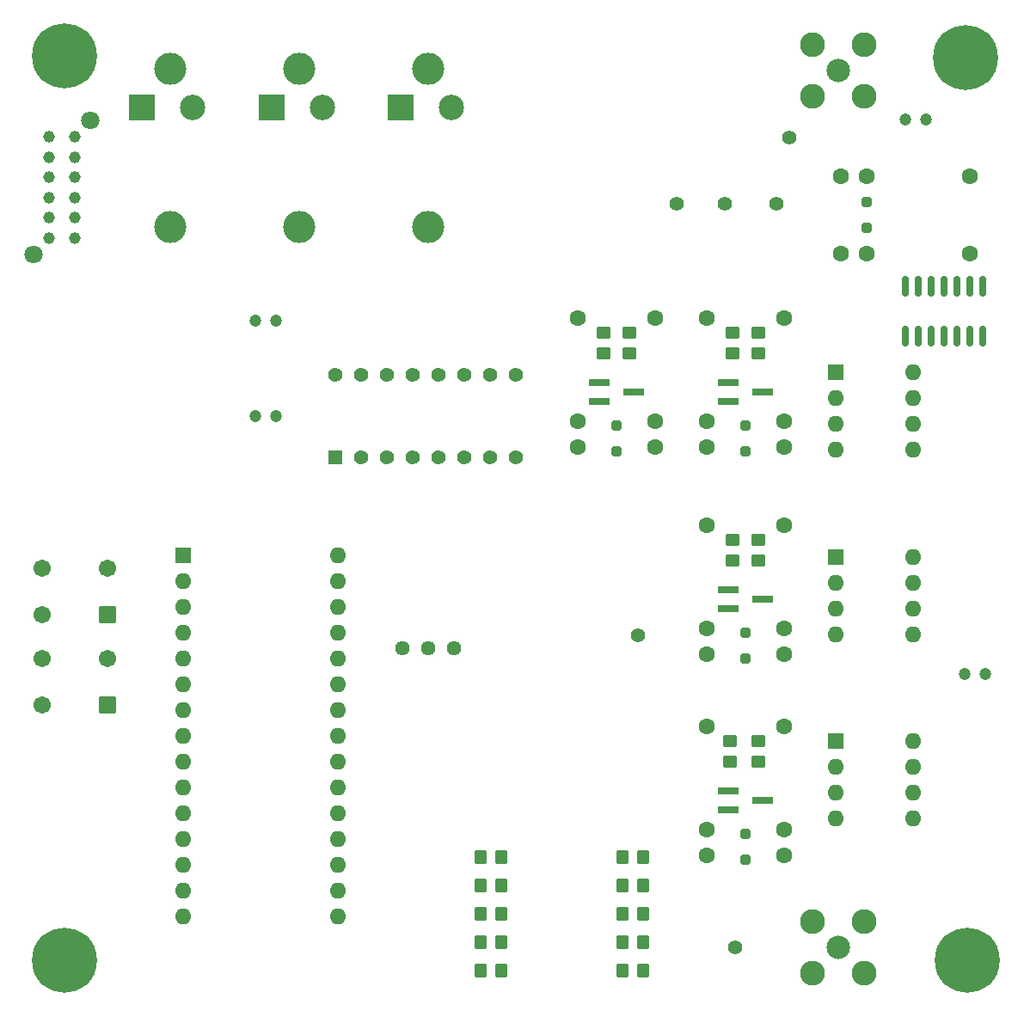
<source format=gbs>
G04 #@! TF.GenerationSoftware,KiCad,Pcbnew,7.0.7*
G04 #@! TF.CreationDate,2023-10-18T16:13:20+03:00*
G04 #@! TF.ProjectId,pcb,7063622e-6b69-4636-9164-5f7063625858,rev?*
G04 #@! TF.SameCoordinates,Original*
G04 #@! TF.FileFunction,Soldermask,Bot*
G04 #@! TF.FilePolarity,Negative*
%FSLAX46Y46*%
G04 Gerber Fmt 4.6, Leading zero omitted, Abs format (unit mm)*
G04 Created by KiCad (PCBNEW 7.0.7) date 2023-10-18 16:13:20*
%MOMM*%
%LPD*%
G01*
G04 APERTURE LIST*
G04 Aperture macros list*
%AMRoundRect*
0 Rectangle with rounded corners*
0 $1 Rounding radius*
0 $2 $3 $4 $5 $6 $7 $8 $9 X,Y pos of 4 corners*
0 Add a 4 corners polygon primitive as box body*
4,1,4,$2,$3,$4,$5,$6,$7,$8,$9,$2,$3,0*
0 Add four circle primitives for the rounded corners*
1,1,$1+$1,$2,$3*
1,1,$1+$1,$4,$5*
1,1,$1+$1,$6,$7*
1,1,$1+$1,$8,$9*
0 Add four rect primitives between the rounded corners*
20,1,$1+$1,$2,$3,$4,$5,0*
20,1,$1+$1,$4,$5,$6,$7,0*
20,1,$1+$1,$6,$7,$8,$9,0*
20,1,$1+$1,$8,$9,$2,$3,0*%
G04 Aperture macros list end*
%ADD10C,1.800000*%
%ADD11C,1.150000*%
%ADD12R,2.500000X2.500000*%
%ADD13C,2.500000*%
%ADD14C,1.600000*%
%ADD15R,1.600000X1.600000*%
%ADD16O,1.600000X1.600000*%
%ADD17C,1.200000*%
%ADD18RoundRect,0.102000X0.749000X0.749000X-0.749000X0.749000X-0.749000X-0.749000X0.749000X-0.749000X0*%
%ADD19C,1.702000*%
%ADD20C,1.400000*%
%ADD21C,1.440000*%
%ADD22C,3.159000*%
%ADD23C,2.454000*%
%ADD24C,2.304000*%
%ADD25C,0.800000*%
%ADD26C,6.400000*%
%ADD27RoundRect,0.102000X0.610000X-0.610000X0.610000X0.610000X-0.610000X0.610000X-0.610000X-0.610000X0*%
%ADD28C,1.424000*%
%ADD29RoundRect,0.250000X0.350000X0.450000X-0.350000X0.450000X-0.350000X-0.450000X0.350000X-0.450000X0*%
%ADD30RoundRect,0.250000X-0.350000X-0.450000X0.350000X-0.450000X0.350000X0.450000X-0.350000X0.450000X0*%
%ADD31RoundRect,0.250000X-0.450000X0.350000X-0.450000X-0.350000X0.450000X-0.350000X0.450000X0.350000X0*%
%ADD32R,2.000000X0.650000*%
%ADD33RoundRect,0.250000X0.250000X-0.250000X0.250000X0.250000X-0.250000X0.250000X-0.250000X-0.250000X0*%
%ADD34RoundRect,0.250000X0.450000X-0.350000X0.450000X0.350000X-0.450000X0.350000X-0.450000X-0.350000X0*%
%ADD35RoundRect,0.250000X-0.250000X0.250000X-0.250000X-0.250000X0.250000X-0.250000X0.250000X0.250000X0*%
%ADD36RoundRect,0.150000X0.150000X-0.825000X0.150000X0.825000X-0.150000X0.825000X-0.150000X-0.825000X0*%
G04 APERTURE END LIST*
D10*
X109224302Y-62066352D03*
X103624302Y-75266352D03*
D11*
X105174302Y-73666352D03*
X105174302Y-71666352D03*
X105174302Y-69666352D03*
X105174302Y-67666352D03*
X105174302Y-65666352D03*
X105174302Y-63666352D03*
X107674302Y-73666352D03*
X107674302Y-71666352D03*
X107674302Y-69666352D03*
X107674302Y-67666352D03*
X107674302Y-65666352D03*
X107674302Y-63666352D03*
D12*
X114300000Y-60830000D03*
D13*
X119300000Y-60830000D03*
D12*
X127080000Y-60830000D03*
D13*
X132080000Y-60830000D03*
X144740000Y-60830000D03*
D12*
X139740000Y-60830000D03*
D14*
X183134000Y-67564000D03*
X183134000Y-75184000D03*
X185674000Y-75184000D03*
X185674000Y-67564000D03*
X195834000Y-75184000D03*
X195834000Y-67564000D03*
X169899000Y-134488000D03*
X177519000Y-134488000D03*
X177519000Y-131948000D03*
X169899000Y-131948000D03*
X177519000Y-121788000D03*
X169899000Y-121788000D03*
X157199000Y-94261000D03*
X164819000Y-94261000D03*
X164819000Y-91721000D03*
X157199000Y-91721000D03*
X164819000Y-81561000D03*
X157199000Y-81561000D03*
X169899000Y-114660000D03*
X177519000Y-114660000D03*
X177519000Y-112120000D03*
X169899000Y-112120000D03*
X177519000Y-101960000D03*
X169899000Y-101960000D03*
X169899000Y-94261000D03*
X177519000Y-94261000D03*
X177519000Y-91721000D03*
X169899000Y-91721000D03*
X177519000Y-81561000D03*
X169899000Y-81561000D03*
D15*
X182636000Y-86878000D03*
D16*
X182636000Y-89418000D03*
X182636000Y-91958000D03*
X182636000Y-94498000D03*
X190256000Y-94498000D03*
X190256000Y-91958000D03*
X190256000Y-89418000D03*
X190256000Y-86878000D03*
D17*
X191516000Y-61976000D03*
X189516000Y-61976000D03*
D18*
X110946000Y-110708000D03*
D19*
X104446000Y-110708000D03*
X110946000Y-106208000D03*
X104446000Y-106208000D03*
D15*
X182636000Y-123200000D03*
D16*
X182636000Y-125740000D03*
X182636000Y-128280000D03*
X182636000Y-130820000D03*
X190256000Y-130820000D03*
X190256000Y-128280000D03*
X190256000Y-125740000D03*
X190256000Y-123200000D03*
D20*
X171704000Y-70231000D03*
D18*
X110946000Y-119598000D03*
D19*
X104446000Y-119598000D03*
X110946000Y-115098000D03*
X104446000Y-115098000D03*
D21*
X145034000Y-114046000D03*
X142494000Y-114046000D03*
X139954000Y-114046000D03*
D22*
X129825000Y-57020000D03*
X129825000Y-72520000D03*
X142525000Y-57020000D03*
X142525000Y-72520000D03*
D20*
X176784000Y-70231000D03*
X172720000Y-143510000D03*
D23*
X185430000Y-140960000D03*
X185430000Y-146060000D03*
X180330000Y-146060000D03*
X180330000Y-140960000D03*
D24*
X182880000Y-143510000D03*
D25*
X193040000Y-55880000D03*
X193742944Y-54182944D03*
X193742944Y-57577056D03*
X195440000Y-53480000D03*
D26*
X195440000Y-55880000D03*
D25*
X195440000Y-58280000D03*
X197137056Y-54182944D03*
X197137056Y-57577056D03*
X197840000Y-55880000D03*
D17*
X125492000Y-91186000D03*
X127492000Y-91186000D03*
X195342000Y-116586000D03*
X197342000Y-116586000D03*
D15*
X118374000Y-104902000D03*
D16*
X118374000Y-107442000D03*
X118374000Y-109982000D03*
X118374000Y-112522000D03*
X118374000Y-115062000D03*
X118374000Y-117602000D03*
X118374000Y-120142000D03*
X118374000Y-122682000D03*
X118374000Y-125222000D03*
X118374000Y-127762000D03*
X118374000Y-130302000D03*
X118374000Y-132842000D03*
X118374000Y-135382000D03*
X118374000Y-137922000D03*
X118374000Y-140462000D03*
X133614000Y-140462000D03*
X133614000Y-137922000D03*
X133614000Y-135382000D03*
X133614000Y-132842000D03*
X133614000Y-130302000D03*
X133614000Y-127762000D03*
X133614000Y-125222000D03*
X133614000Y-122682000D03*
X133614000Y-120142000D03*
X133614000Y-117602000D03*
X133614000Y-115062000D03*
X133614000Y-112522000D03*
X133614000Y-109982000D03*
X133614000Y-107442000D03*
X133614000Y-104902000D03*
D24*
X182890000Y-57160000D03*
D23*
X185440000Y-59710000D03*
X185440000Y-54610000D03*
X180340000Y-54610000D03*
X180340000Y-59710000D03*
D25*
X104280000Y-144780000D03*
X104982944Y-143082944D03*
X104982944Y-146477056D03*
X106680000Y-142380000D03*
D26*
X106680000Y-144780000D03*
D25*
X106680000Y-147180000D03*
X108377056Y-143082944D03*
X108377056Y-146477056D03*
X109080000Y-144780000D03*
X104280000Y-55740000D03*
X104982944Y-54042944D03*
X104982944Y-57437056D03*
X106680000Y-53340000D03*
D26*
X106680000Y-55740000D03*
D25*
X106680000Y-58140000D03*
X108377056Y-54042944D03*
X108377056Y-57437056D03*
X109080000Y-55740000D03*
D20*
X178054000Y-63754000D03*
D22*
X117125000Y-57020000D03*
X117125000Y-72520000D03*
D15*
X182636000Y-105039000D03*
D16*
X182636000Y-107579000D03*
X182636000Y-110119000D03*
X182636000Y-112659000D03*
X190256000Y-112659000D03*
X190256000Y-110119000D03*
X190256000Y-107579000D03*
X190256000Y-105039000D03*
D20*
X166958000Y-70231000D03*
X163164000Y-112792000D03*
D27*
X133350000Y-95236000D03*
D28*
X133350000Y-87136000D03*
X135890000Y-95236000D03*
X135890000Y-87136000D03*
X138430000Y-95236000D03*
X138430000Y-87136000D03*
X140970000Y-95236000D03*
X140970000Y-87136000D03*
X143510000Y-95236000D03*
X143510000Y-87136000D03*
X146050000Y-95236000D03*
X146050000Y-87136000D03*
X148590000Y-95236000D03*
X148590000Y-87136000D03*
X151130000Y-95236000D03*
X151130000Y-87136000D03*
D25*
X193180000Y-144780000D03*
X193882944Y-143082944D03*
X193882944Y-146477056D03*
X195580000Y-142380000D03*
D26*
X195580000Y-144780000D03*
D25*
X195580000Y-147180000D03*
X197277056Y-143082944D03*
X197277056Y-146477056D03*
X197980000Y-144780000D03*
D17*
X125492000Y-81788000D03*
X127492000Y-81788000D03*
D29*
X149655000Y-145812000D03*
X147655000Y-145812000D03*
D30*
X161625048Y-134636000D03*
X163625048Y-134636000D03*
D29*
X163625048Y-140224000D03*
X161625048Y-140224000D03*
X149655000Y-134636000D03*
X147655000Y-134636000D03*
D31*
X159766000Y-82979000D03*
X159766000Y-84979000D03*
X172466000Y-82979000D03*
X172466000Y-84979000D03*
D32*
X175446000Y-129032000D03*
X172026000Y-129982000D03*
X172026000Y-128082000D03*
D33*
X173736000Y-115026000D03*
X173736000Y-112526000D03*
D32*
X175446000Y-88805000D03*
X172026000Y-89755000D03*
X172026000Y-87855000D03*
X175446000Y-109204000D03*
X172026000Y-110154000D03*
X172026000Y-108254000D03*
D34*
X175006000Y-84979000D03*
X175006000Y-82979000D03*
D29*
X163625048Y-145812000D03*
X161625048Y-145812000D03*
D30*
X161625048Y-137430000D03*
X163625048Y-137430000D03*
D35*
X185674000Y-70124000D03*
X185674000Y-72624000D03*
D33*
X173736000Y-134854000D03*
X173736000Y-132354000D03*
D34*
X162306000Y-84979000D03*
X162306000Y-82979000D03*
X172466000Y-105378000D03*
X172466000Y-103378000D03*
D36*
X197104000Y-83312000D03*
X195834000Y-83312000D03*
X194564000Y-83312000D03*
X193294000Y-83312000D03*
X192024000Y-83312000D03*
X190754000Y-83312000D03*
X189484000Y-83312000D03*
X189484000Y-78362000D03*
X190754000Y-78362000D03*
X192024000Y-78362000D03*
X193294000Y-78362000D03*
X194564000Y-78362000D03*
X195834000Y-78362000D03*
X197104000Y-78362000D03*
D31*
X172212000Y-123206000D03*
X172212000Y-125206000D03*
D29*
X149655000Y-137430000D03*
X147655000Y-137430000D03*
D33*
X173736000Y-94627000D03*
X173736000Y-92127000D03*
D31*
X175006000Y-103378000D03*
X175006000Y-105378000D03*
D29*
X149655000Y-143018000D03*
X147655000Y-143018000D03*
D30*
X147655000Y-140224000D03*
X149655000Y-140224000D03*
D34*
X175006000Y-125190000D03*
X175006000Y-123190000D03*
D33*
X161036000Y-94627000D03*
X161036000Y-92127000D03*
D29*
X163625048Y-143018000D03*
X161625048Y-143018000D03*
D32*
X162746000Y-88805000D03*
X159326000Y-89755000D03*
X159326000Y-87855000D03*
M02*

</source>
